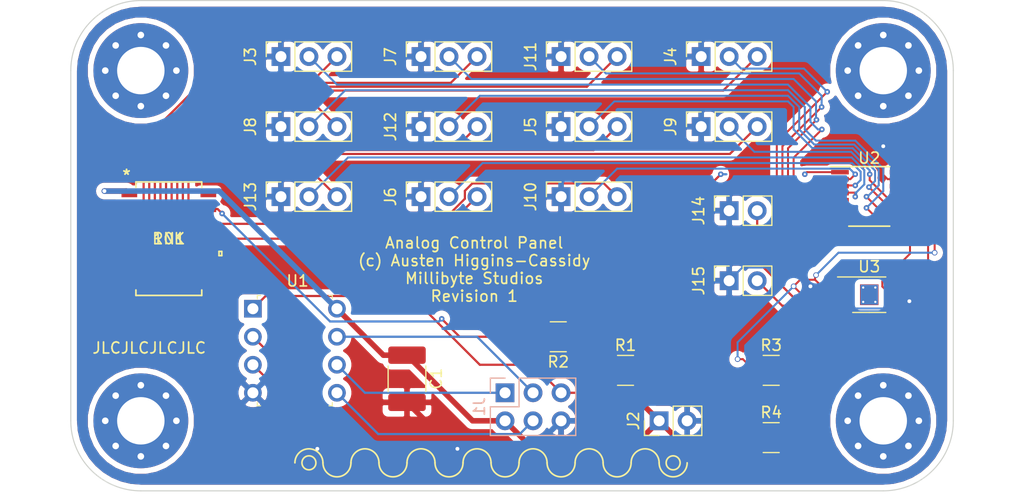
<source format=kicad_pcb>
(kicad_pcb (version 20171130) (host pcbnew "(5.1.8)-1")
  (layers (0 F.Cu signal) (31 B.Cu signal) (34 B.Paste user) (35 F.Paste user) (36 B.SilkS user) (37 F.SilkS user) (38 B.Mask user) (39 F.Mask user) (44 Edge.Cuts user))
  (net 0 "")
  (net 1 +5V)
  (net 2 GND)
  (net 3 /MISO_DATA)
  (net 4 /SCK)
  (net 5 /MOSI_SDA)
  (net 6 /RST)
  (net 7 /A0)
  (net 8 /PULLUP_A)
  (net 9 /PULLUP_D)
  (net 10 /A3)
  (net 11 /A6)
  (net 12 /PULLUP_G)
  (net 13 /PULLUP_J)
  (net 14 /A9)
  (net 15 /A1)
  (net 16 /PULLUP_B)
  (net 17 /A4)
  (net 18 /PULLUP_E)
  (net 19 /PULLUP_H)
  (net 20 /A7)
  (net 21 /A10)
  (net 22 /PULLUP_K)
  (net 23 /PULLUP_C)
  (net 24 /A2)
  (net 25 /A5)
  (net 26 /PULLUP_F)
  (net 27 /PULLUP_I)
  (net 28 /A8)
  (net 29 /AOUT0)
  (net 30 /AOUT1)
  (net 31 /PULLUP_L)
  (net 32 /AREF)
  (net 33 /SCL1)
  (net 34 /SDA1)
  (module Disarmed:MountingHole_4.3mm_M4_Pad_Via (layer F.Cu) (at 31.75 24.13)
    (fp_text reference REF** hide)
    (fp_text value MountingHole_4.3mm_M4_Pad_Via)
    (pad "" np_thru_hole circle (at 0 0) (size 8.6 8.6) (drill 4.3) (layers *.Cu *.Mask))
    (pad "" np_thru_hole circle (at 3.225 0) (size 0.9 0.9) (drill 0.6) (layers *.Cu *.Mask))
    (pad "" np_thru_hole circle (at 2.280419 2.280419) (size 0.9 0.9) (drill 0.6) (layers *.Cu *.Mask))
    (pad "" np_thru_hole circle (at 0 3.225) (size 0.9 0.9) (drill 0.6) (layers *.Cu *.Mask))
    (pad "" np_thru_hole circle (at -2.280419 2.280419) (size 0.9 0.9) (drill 0.6) (layers *.Cu *.Mask))
    (pad "" np_thru_hole circle (at -3.225 0) (size 0.9 0.9) (drill 0.6) (layers *.Cu *.Mask))
    (pad "" np_thru_hole circle (at -2.280419 -2.280419) (size 0.9 0.9) (drill 0.6) (layers *.Cu *.Mask))
    (pad "" np_thru_hole circle (at 0 -3.225) (size 0.9 0.9) (drill 0.6) (layers *.Cu *.Mask))
    (pad "" np_thru_hole circle (at 2.280419 -2.280419) (size 0.9 0.9) (drill 0.6) (layers *.Cu *.Mask))
  )
  (module Disarmed:MountingHole_4.3mm_M4_Pad_Via (layer F.Cu) (at 99.06 24.13)
    (fp_text reference REF** hide)
    (fp_text value MountingHole_4.3mm_M4_Pad_Via)
    (pad "" np_thru_hole circle (at 0 0) (size 8.6 8.6) (drill 4.3) (layers *.Cu *.Mask))
    (pad "" np_thru_hole circle (at 3.225 0) (size 0.9 0.9) (drill 0.6) (layers *.Cu *.Mask))
    (pad "" np_thru_hole circle (at 2.280419 2.280419) (size 0.9 0.9) (drill 0.6) (layers *.Cu *.Mask))
    (pad "" np_thru_hole circle (at 0 3.225) (size 0.9 0.9) (drill 0.6) (layers *.Cu *.Mask))
    (pad "" np_thru_hole circle (at -2.280419 2.280419) (size 0.9 0.9) (drill 0.6) (layers *.Cu *.Mask))
    (pad "" np_thru_hole circle (at -3.225 0) (size 0.9 0.9) (drill 0.6) (layers *.Cu *.Mask))
    (pad "" np_thru_hole circle (at -2.280419 -2.280419) (size 0.9 0.9) (drill 0.6) (layers *.Cu *.Mask))
    (pad "" np_thru_hole circle (at 0 -3.225) (size 0.9 0.9) (drill 0.6) (layers *.Cu *.Mask))
    (pad "" np_thru_hole circle (at 2.280419 -2.280419) (size 0.9 0.9) (drill 0.6) (layers *.Cu *.Mask))
  )
  (module Disarmed:MountingHole_4.3mm_M4_Pad_Via (layer F.Cu) (at 99.06 55.88)
    (fp_text reference REF** hide)
    (fp_text value MountingHole_4.3mm_M4_Pad_Via)
    (pad "" np_thru_hole circle (at 0 0) (size 8.6 8.6) (drill 4.3) (layers *.Cu *.Mask))
    (pad "" np_thru_hole circle (at 3.225 0) (size 0.9 0.9) (drill 0.6) (layers *.Cu *.Mask))
    (pad "" np_thru_hole circle (at 2.280419 2.280419) (size 0.9 0.9) (drill 0.6) (layers *.Cu *.Mask))
    (pad "" np_thru_hole circle (at 0 3.225) (size 0.9 0.9) (drill 0.6) (layers *.Cu *.Mask))
    (pad "" np_thru_hole circle (at -2.280419 2.280419) (size 0.9 0.9) (drill 0.6) (layers *.Cu *.Mask))
    (pad "" np_thru_hole circle (at -3.225 0) (size 0.9 0.9) (drill 0.6) (layers *.Cu *.Mask))
    (pad "" np_thru_hole circle (at -2.280419 -2.280419) (size 0.9 0.9) (drill 0.6) (layers *.Cu *.Mask))
    (pad "" np_thru_hole circle (at 0 -3.225) (size 0.9 0.9) (drill 0.6) (layers *.Cu *.Mask))
    (pad "" np_thru_hole circle (at 2.280419 -2.280419) (size 0.9 0.9) (drill 0.6) (layers *.Cu *.Mask))
  )
  (module Disarmed:MountingHole_4.3mm_M4_Pad_Via (layer F.Cu) (at 31.75 55.88)
    (fp_text reference REF** hide)
    (fp_text value MountingHole_4.3mm_M4_Pad_Via)
    (pad "" np_thru_hole circle (at 0 0) (size 8.6 8.6) (drill 4.3) (layers *.Cu *.Mask))
    (pad "" np_thru_hole circle (at 3.225 0) (size 0.9 0.9) (drill 0.6) (layers *.Cu *.Mask))
    (pad "" np_thru_hole circle (at 2.280419 2.280419) (size 0.9 0.9) (drill 0.6) (layers *.Cu *.Mask))
    (pad "" np_thru_hole circle (at 0 3.225) (size 0.9 0.9) (drill 0.6) (layers *.Cu *.Mask))
    (pad "" np_thru_hole circle (at -2.280419 2.280419) (size 0.9 0.9) (drill 0.6) (layers *.Cu *.Mask))
    (pad "" np_thru_hole circle (at -3.225 0) (size 0.9 0.9) (drill 0.6) (layers *.Cu *.Mask))
    (pad "" np_thru_hole circle (at -2.280419 -2.280419) (size 0.9 0.9) (drill 0.6) (layers *.Cu *.Mask))
    (pad "" np_thru_hole circle (at 0 -3.225) (size 0.9 0.9) (drill 0.6) (layers *.Cu *.Mask))
    (pad "" np_thru_hole circle (at 2.280419 -2.280419) (size 0.9 0.9) (drill 0.6) (layers *.Cu *.Mask))
  )
  (module Capacitor_SMD:C_1812_4532Metric_Pad1.57x3.40mm_HandSolder (layer F.Cu) (at 55.88 52.07 270)
    (fp_text reference C1 (at 0 -2.65 90) (layer F.SilkS))
    (fp_text value 0.1uF)
    (pad 1 smd roundrect (at -2.1375 0 270) (size 1.575 3.4) (layers F.Cu F.Paste F.Mask) (roundrect_rratio 0.1587295238095238) (net 1 +5V))
    (pad 2 smd roundrect (at 2.1375 0 270) (size 1.575 3.4) (layers F.Cu F.Paste F.Mask) (roundrect_rratio 0.1587295238095238) (net 2 GND))
  )
  (module Connector_PinHeader_2.54mm:PinHeader_2x03_P2.54mm_Vertical (layer B.Cu) (at 64.77 53.34 270)
    (fp_text reference J1 (at 1.27 2.33 270) (layer B.SilkS) (effects (justify mirror)))
    (fp_text value Conn_02x03_Odd_Even)
    (pad 1 thru_hole rect (at 0 0 270) (size 1.7 1.7) (drill 1) (layers *.Cu *.Mask) (net 3 /MISO_DATA))
    (pad 2 thru_hole oval (at 2.54 0 270) (size 1.7 1.7) (drill 1) (layers *.Cu *.Mask) (net 1 +5V))
    (pad 3 thru_hole oval (at 0 -2.54 270) (size 1.7 1.7) (drill 1) (layers *.Cu *.Mask) (net 4 /SCK))
    (pad 4 thru_hole oval (at 2.54 -2.54 270) (size 1.7 1.7) (drill 1) (layers *.Cu *.Mask) (net 5 /MOSI_SDA))
    (pad 5 thru_hole oval (at 0 -5.08 270) (size 1.7 1.7) (drill 1) (layers *.Cu *.Mask) (net 6 /RST))
    (pad 6 thru_hole oval (at 2.54 -5.08 270) (size 1.7 1.7) (drill 1) (layers *.Cu *.Mask) (net 2 GND))
  )
  (module Connector_PinHeader_2.54mm:PinHeader_1x02_P2.54mm_Vertical (layer F.Cu) (at 78.74 55.88 90)
    (fp_text reference J2 (at 0 -2.33 90) (layer F.SilkS))
    (fp_text value Conn_01x02_Male)
    (pad 1 thru_hole rect (at 0 0 90) (size 1.7 1.7) (drill 1) (layers *.Cu *.Mask) (net 1 +5V))
    (pad 2 thru_hole oval (at 0 2.54 90) (size 1.7 1.7) (drill 1) (layers *.Cu *.Mask) (net 2 GND))
  )
  (module Connector_PinSocket_2.54mm:PinSocket_1x03_P2.54mm_Vertical (layer F.Cu) (at 44.45 22.86 90)
    (fp_text reference J3 (at 0 -2.77 90) (layer F.SilkS))
    (fp_text value Conn_01x03)
    (pad 1 thru_hole rect (at 0 0 90) (size 1.7 1.7) (drill 1) (layers *.Cu *.Mask) (net 2 GND))
    (pad 2 thru_hole oval (at 0 2.54 90) (size 1.7 1.7) (drill 1) (layers *.Cu *.Mask) (net 7 /A0))
    (pad 3 thru_hole oval (at 0 5.08 90) (size 1.7 1.7) (drill 1) (layers *.Cu *.Mask) (net 8 /PULLUP_A))
  )
  (module Connector_PinSocket_2.54mm:PinSocket_1x03_P2.54mm_Vertical (layer F.Cu) (at 82.55 22.86 90)
    (fp_text reference J4 (at 0 -2.77 90) (layer F.SilkS))
    (fp_text value Conn_01x03)
    (pad 3 thru_hole oval (at 0 5.08 90) (size 1.7 1.7) (drill 1) (layers *.Cu *.Mask) (net 9 /PULLUP_D))
    (pad 2 thru_hole oval (at 0 2.54 90) (size 1.7 1.7) (drill 1) (layers *.Cu *.Mask) (net 10 /A3))
    (pad 1 thru_hole rect (at 0 0 90) (size 1.7 1.7) (drill 1) (layers *.Cu *.Mask) (net 2 GND))
  )
  (module Connector_PinSocket_2.54mm:PinSocket_1x03_P2.54mm_Vertical (layer F.Cu) (at 69.85 29.21 90)
    (fp_text reference J5 (at 0 -2.77 90) (layer F.SilkS))
    (fp_text value Conn_01x03)
    (pad 1 thru_hole rect (at 0 0 90) (size 1.7 1.7) (drill 1) (layers *.Cu *.Mask) (net 2 GND))
    (pad 2 thru_hole oval (at 0 2.54 90) (size 1.7 1.7) (drill 1) (layers *.Cu *.Mask) (net 11 /A6))
    (pad 3 thru_hole oval (at 0 5.08 90) (size 1.7 1.7) (drill 1) (layers *.Cu *.Mask) (net 12 /PULLUP_G))
  )
  (module Connector_PinSocket_2.54mm:PinSocket_1x03_P2.54mm_Vertical (layer F.Cu) (at 57.15 35.56 90)
    (fp_text reference J6 (at 0 -2.77 90) (layer F.SilkS))
    (fp_text value Conn_01x03)
    (pad 3 thru_hole oval (at 0 5.08 90) (size 1.7 1.7) (drill 1) (layers *.Cu *.Mask) (net 13 /PULLUP_J))
    (pad 2 thru_hole oval (at 0 2.54 90) (size 1.7 1.7) (drill 1) (layers *.Cu *.Mask) (net 14 /A9))
    (pad 1 thru_hole rect (at 0 0 90) (size 1.7 1.7) (drill 1) (layers *.Cu *.Mask) (net 2 GND))
  )
  (module Connector_PinSocket_2.54mm:PinSocket_1x03_P2.54mm_Vertical (layer F.Cu) (at 57.15 22.86 90)
    (fp_text reference J7 (at 0 -2.77 90) (layer F.SilkS))
    (fp_text value Conn_01x03)
    (pad 1 thru_hole rect (at 0 0 90) (size 1.7 1.7) (drill 1) (layers *.Cu *.Mask) (net 2 GND))
    (pad 2 thru_hole oval (at 0 2.54 90) (size 1.7 1.7) (drill 1) (layers *.Cu *.Mask) (net 15 /A1))
    (pad 3 thru_hole oval (at 0 5.08 90) (size 1.7 1.7) (drill 1) (layers *.Cu *.Mask) (net 16 /PULLUP_B))
  )
  (module Connector_PinSocket_2.54mm:PinSocket_1x03_P2.54mm_Vertical (layer F.Cu) (at 44.45 29.21 90)
    (fp_text reference J8 (at 0 -2.77 90) (layer F.SilkS))
    (fp_text value Conn_01x03)
    (pad 1 thru_hole rect (at 0 0 90) (size 1.7 1.7) (drill 1) (layers *.Cu *.Mask) (net 2 GND))
    (pad 2 thru_hole oval (at 0 2.54 90) (size 1.7 1.7) (drill 1) (layers *.Cu *.Mask) (net 17 /A4))
    (pad 3 thru_hole oval (at 0 5.08 90) (size 1.7 1.7) (drill 1) (layers *.Cu *.Mask) (net 18 /PULLUP_E))
  )
  (module Connector_PinSocket_2.54mm:PinSocket_1x03_P2.54mm_Vertical (layer F.Cu) (at 82.55 29.21 90)
    (fp_text reference J9 (at 0 -2.77 90) (layer F.SilkS))
    (fp_text value Conn_01x03)
    (pad 3 thru_hole oval (at 0 5.08 90) (size 1.7 1.7) (drill 1) (layers *.Cu *.Mask) (net 19 /PULLUP_H))
    (pad 2 thru_hole oval (at 0 2.54 90) (size 1.7 1.7) (drill 1) (layers *.Cu *.Mask) (net 20 /A7))
    (pad 1 thru_hole rect (at 0 0 90) (size 1.7 1.7) (drill 1) (layers *.Cu *.Mask) (net 2 GND))
  )
  (module Connector_PinSocket_2.54mm:PinSocket_1x03_P2.54mm_Vertical (layer F.Cu) (at 69.85 35.56 90)
    (fp_text reference J10 (at 0 -2.77 90) (layer F.SilkS))
    (fp_text value Conn_01x03)
    (pad 1 thru_hole rect (at 0 0 90) (size 1.7 1.7) (drill 1) (layers *.Cu *.Mask) (net 2 GND))
    (pad 2 thru_hole oval (at 0 2.54 90) (size 1.7 1.7) (drill 1) (layers *.Cu *.Mask) (net 21 /A10))
    (pad 3 thru_hole oval (at 0 5.08 90) (size 1.7 1.7) (drill 1) (layers *.Cu *.Mask) (net 22 /PULLUP_K))
  )
  (module Connector_PinSocket_2.54mm:PinSocket_1x03_P2.54mm_Vertical (layer F.Cu) (at 69.85 22.86 90)
    (fp_text reference J11 (at 0 -2.77 90) (layer F.SilkS))
    (fp_text value Conn_01x03)
    (pad 3 thru_hole oval (at 0 5.08 90) (size 1.7 1.7) (drill 1) (layers *.Cu *.Mask) (net 23 /PULLUP_C))
    (pad 2 thru_hole oval (at 0 2.54 90) (size 1.7 1.7) (drill 1) (layers *.Cu *.Mask) (net 24 /A2))
    (pad 1 thru_hole rect (at 0 0 90) (size 1.7 1.7) (drill 1) (layers *.Cu *.Mask) (net 2 GND))
  )
  (module Connector_PinSocket_2.54mm:PinSocket_1x03_P2.54mm_Vertical (layer F.Cu) (at 57.15 29.21 90)
    (fp_text reference J12 (at 0 -2.77 90) (layer F.SilkS))
    (fp_text value Conn_01x03)
    (pad 1 thru_hole rect (at 0 0 90) (size 1.7 1.7) (drill 1) (layers *.Cu *.Mask) (net 2 GND))
    (pad 2 thru_hole oval (at 0 2.54 90) (size 1.7 1.7) (drill 1) (layers *.Cu *.Mask) (net 25 /A5))
    (pad 3 thru_hole oval (at 0 5.08 90) (size 1.7 1.7) (drill 1) (layers *.Cu *.Mask) (net 26 /PULLUP_F))
  )
  (module Connector_PinSocket_2.54mm:PinSocket_1x03_P2.54mm_Vertical (layer F.Cu) (at 44.45 35.56 90)
    (fp_text reference J13 (at 0 -2.77 90) (layer F.SilkS))
    (fp_text value Conn_01x03)
    (pad 3 thru_hole oval (at 0 5.08 90) (size 1.7 1.7) (drill 1) (layers *.Cu *.Mask) (net 27 /PULLUP_I))
    (pad 2 thru_hole oval (at 0 2.54 90) (size 1.7 1.7) (drill 1) (layers *.Cu *.Mask) (net 28 /A8))
    (pad 1 thru_hole rect (at 0 0 90) (size 1.7 1.7) (drill 1) (layers *.Cu *.Mask) (net 2 GND))
  )
  (module Connector_PinSocket_2.54mm:PinSocket_1x02_P2.54mm_Vertical (layer F.Cu) (at 85.09 36.83 90)
    (fp_text reference J14 (at 0 -2.77 90) (layer F.SilkS))
    (fp_text value Conn_01x02)
    (pad 1 thru_hole rect (at 0 0 90) (size 1.7 1.7) (drill 1) (layers *.Cu *.Mask) (net 2 GND))
    (pad 2 thru_hole oval (at 0 2.54 90) (size 1.7 1.7) (drill 1) (layers *.Cu *.Mask) (net 29 /AOUT0))
  )
  (module Connector_PinSocket_2.54mm:PinSocket_1x02_P2.54mm_Vertical (layer F.Cu) (at 85.09 43.18 90)
    (fp_text reference J15 (at 0 -2.77 90) (layer F.SilkS))
    (fp_text value Conn_01x02)
    (pad 2 thru_hole oval (at 0 2.54 90) (size 1.7 1.7) (drill 1) (layers *.Cu *.Mask) (net 30 /AOUT1))
    (pad 1 thru_hole rect (at 0 0 90) (size 1.7 1.7) (drill 1) (layers *.Cu *.Mask) (net 2 GND))
  )
  (module Resistor_SMD:R_1210_3225Metric_Pad1.30x2.65mm_HandSolder (layer F.Cu) (at 75.692 51.308)
    (fp_text reference R1 (at 0 -2.28) (layer F.SilkS))
    (fp_text value 10K)
    (pad 1 smd roundrect (at -1.55 0) (size 1.3 2.65) (layers F.Cu F.Paste F.Mask) (roundrect_rratio 0.1923076923076923) (net 6 /RST))
    (pad 2 smd roundrect (at 1.55 0) (size 1.3 2.65) (layers F.Cu F.Paste F.Mask) (roundrect_rratio 0.1923076923076923) (net 1 +5V))
  )
  (module Resistor_SMD:R_1210_3225Metric_Pad1.30x2.65mm_HandSolder (layer F.Cu) (at 69.596 48.26 180)
    (fp_text reference R2 (at 0 -2.28) (layer F.SilkS))
    (fp_text value "R_MAX (18K)")
    (pad 2 smd roundrect (at 1.55 0 180) (size 1.3 2.65) (layers F.Cu F.Paste F.Mask) (roundrect_rratio 0.1923076923076923) (net 31 /PULLUP_L))
    (pad 1 smd roundrect (at -1.55 0 180) (size 1.3 2.65) (layers F.Cu F.Paste F.Mask) (roundrect_rratio 0.1923076923076923) (net 32 /AREF))
  )
  (module Resistor_SMD:R_1210_3225Metric_Pad1.30x2.65mm_HandSolder (layer F.Cu) (at 88.9 51.308)
    (fp_text reference R3 (at 0 -2.28) (layer F.SilkS))
    (fp_text value 4.7K)
    (pad 2 smd roundrect (at 1.55 0) (size 1.3 2.65) (layers F.Cu F.Paste F.Mask) (roundrect_rratio 0.1923076923076923) (net 33 /SCL1))
    (pad 1 smd roundrect (at -1.55 0) (size 1.3 2.65) (layers F.Cu F.Paste F.Mask) (roundrect_rratio 0.1923076923076923) (net 1 +5V))
  )
  (module Resistor_SMD:R_1210_3225Metric_Pad1.30x2.65mm_HandSolder (layer F.Cu) (at 88.9 57.404)
    (fp_text reference R4 (at 0 -2.28) (layer F.SilkS))
    (fp_text value 4.7K)
    (pad 1 smd roundrect (at -1.55 0) (size 1.3 2.65) (layers F.Cu F.Paste F.Mask) (roundrect_rratio 0.1923076923076923) (net 1 +5V))
    (pad 2 smd roundrect (at 1.55 0) (size 1.3 2.65) (layers F.Cu F.Paste F.Mask) (roundrect_rratio 0.1923076923076923) (net 34 /SDA1))
  )
  (module 2021-01-25_15-47-38:4814P-2-103LF (layer F.Cu) (at 34.29 39.37)
    (fp_text reference RN1 (at 0 0) (layer F.SilkS))
    (fp_text value 10K (at 0 0) (layer F.SilkS))
    (fp_text user * (at -3.8354 -5.7404) (layer F.SilkS))
    (fp_text user * (at -3.8354 -5.7404) (layer F.SilkS))
    (pad 1 smd rect (at -3.5814 -4.0386) (size 1.4224 0.5588) (layers F.Cu F.Paste F.Mask) (net 1 +5V))
    (pad 2 smd rect (at -3.5814 -2.6924) (size 1.4224 0.5588) (layers F.Cu F.Paste F.Mask) (net 8 /PULLUP_A))
    (pad 3 smd rect (at -3.5814 -1.3462) (size 1.4224 0.5588) (layers F.Cu F.Paste F.Mask) (net 16 /PULLUP_B))
    (pad 4 smd rect (at -3.5814 0) (size 1.4224 0.5588) (layers F.Cu F.Paste F.Mask) (net 23 /PULLUP_C))
    (pad 5 smd rect (at -3.5814 1.3462) (size 1.4224 0.5588) (layers F.Cu F.Paste F.Mask) (net 9 /PULLUP_D))
    (pad 6 smd rect (at -3.5814 2.6924) (size 1.4224 0.5588) (layers F.Cu F.Paste F.Mask) (net 18 /PULLUP_E))
    (pad 7 smd rect (at -3.5814 4.0386) (size 1.4224 0.5588) (layers F.Cu F.Paste F.Mask) (net 26 /PULLUP_F))
    (pad 8 smd rect (at 3.5814 4.0386) (size 1.4224 0.5588) (layers F.Cu F.Paste F.Mask) (net 12 /PULLUP_G))
    (pad 9 smd rect (at 3.5814 2.6924) (size 1.4224 0.5588) (layers F.Cu F.Paste F.Mask) (net 19 /PULLUP_H))
    (pad 10 smd rect (at 3.5814 1.3462) (size 1.4224 0.5588) (layers F.Cu F.Paste F.Mask) (net 27 /PULLUP_I))
    (pad 11 smd rect (at 3.5814 0) (size 1.4224 0.5588) (layers F.Cu F.Paste F.Mask) (net 13 /PULLUP_J))
    (pad 12 smd rect (at 3.5814 -1.3462) (size 1.4224 0.5588) (layers F.Cu F.Paste F.Mask) (net 22 /PULLUP_K))
    (pad 13 smd rect (at 3.5814 -2.6924) (size 1.4224 0.5588) (layers F.Cu F.Paste F.Mask) (net 31 /PULLUP_L))
    (pad 14 smd rect (at 3.5814 -4.0386) (size 1.4224 0.5588) (layers F.Cu F.Paste F.Mask))
  )
  (module digikey-footprints:DIP-8_W7.62mm (layer F.Cu) (at 41.91 45.72)
    (fp_text reference U1 (at 4.05 -2.52) (layer F.SilkS))
    (fp_text value ATTINY85-20PU)
    (pad 1 thru_hole rect (at 0 0) (size 1.6 1.6) (drill 1) (layers *.Cu *.Mask) (net 6 /RST))
    (pad 2 thru_hole circle (at 0 2.54) (size 1.6 1.6) (drill 1) (layers *.Cu *.Mask) (net 33 /SCL1))
    (pad 3 thru_hole circle (at 0 5.08) (size 1.6 1.6) (drill 1) (layers *.Cu *.Mask) (net 34 /SDA1))
    (pad 4 thru_hole circle (at 0 7.62) (size 1.6 1.6) (drill 1) (layers *.Cu *.Mask) (net 2 GND))
    (pad 5 thru_hole circle (at 7.62 7.62) (size 1.6 1.6) (drill 1) (layers *.Cu *.Mask) (net 5 /MOSI_SDA))
    (pad 6 thru_hole circle (at 7.62 5.08) (size 1.6 1.6) (drill 1) (layers *.Cu *.Mask) (net 3 /MISO_DATA))
    (pad 7 thru_hole circle (at 7.62 2.54) (size 1.6 1.6) (drill 1) (layers *.Cu *.Mask) (net 4 /SCK))
    (pad 8 thru_hole circle (at 7.62 0) (size 1.6 1.6) (drill 1) (layers *.Cu *.Mask) (net 1 +5V))
  )
  (module Package_SO:QSOP-16_3.9x4.9mm_P0.635mm (layer F.Cu) (at 97.79 35.56)
    (fp_text reference U2 (at 0 -3.5) (layer F.SilkS))
    (fp_text value MAX11616)
    (pad 1 smd rect (at -2.6543 -2.2225) (size 1.6 0.41) (layers F.Cu F.Paste F.Mask) (net 32 /AREF))
    (pad 2 smd rect (at -2.6543 -1.5875) (size 1.6 0.41) (layers F.Cu F.Paste F.Mask) (net 21 /A10))
    (pad 3 smd rect (at -2.6543 -0.9525) (size 1.6 0.41) (layers F.Cu F.Paste F.Mask) (net 14 /A9))
    (pad 4 smd rect (at -2.6543 -0.3175) (size 1.6 0.41) (layers F.Cu F.Paste F.Mask) (net 28 /A8))
    (pad 5 smd rect (at -2.6543 0.3175) (size 1.6 0.41) (layers F.Cu F.Paste F.Mask) (net 7 /A0))
    (pad 6 smd rect (at -2.6543 0.9525) (size 1.6 0.41) (layers F.Cu F.Paste F.Mask) (net 15 /A1))
    (pad 7 smd rect (at -2.6543 1.5875) (size 1.6 0.41) (layers F.Cu F.Paste F.Mask) (net 24 /A2))
    (pad 8 smd rect (at -2.6543 2.2225) (size 1.6 0.41) (layers F.Cu F.Paste F.Mask) (net 10 /A3))
    (pad 9 smd rect (at 2.6543 2.2225) (size 1.6 0.41) (layers F.Cu F.Paste F.Mask) (net 17 /A4))
    (pad 10 smd rect (at 2.6543 1.5875) (size 1.6 0.41) (layers F.Cu F.Paste F.Mask) (net 25 /A5))
    (pad 11 smd rect (at 2.6543 0.9525) (size 1.6 0.41) (layers F.Cu F.Paste F.Mask) (net 11 /A6))
    (pad 12 smd rect (at 2.6543 0.3175) (size 1.6 0.41) (layers F.Cu F.Paste F.Mask) (net 20 /A7))
    (pad 13 smd rect (at 2.6543 -0.3175) (size 1.6 0.41) (layers F.Cu F.Paste F.Mask) (net 33 /SCL1))
    (pad 14 smd rect (at 2.6543 -0.9525) (size 1.6 0.41) (layers F.Cu F.Paste F.Mask) (net 34 /SDA1))
    (pad 15 smd rect (at 2.6543 -1.5875) (size 1.6 0.41) (layers F.Cu F.Paste F.Mask) (net 2 GND))
    (pad 16 smd rect (at 2.6543 -2.2225) (size 1.6 0.41) (layers F.Cu F.Paste F.Mask) (net 1 +5V))
  )
  (module Package_SO:MSOP-10-1EP_3x3mm_P0.5mm_EP1.68x1.88mm_ThermalVias (layer F.Cu) (at 97.79 44.45)
    (fp_text reference U3 (at 0 -2.54) (layer F.SilkS))
    (fp_text value MCP47CXBXX)
    (pad 1 smd roundrect (at -2.15 -1) (size 1.45 0.3) (layers F.Cu F.Paste F.Mask) (net 1 +5V))
    (pad 2 smd roundrect (at -2.15 -0.5) (size 1.45 0.3) (layers F.Cu F.Paste F.Mask) (net 2 GND))
    (pad 3 smd roundrect (at -2.15 0) (size 1.45 0.3) (layers F.Cu F.Paste F.Mask) (net 1 +5V))
    (pad 4 smd roundrect (at -2.15 0.5) (size 1.45 0.3) (layers F.Cu F.Paste F.Mask) (net 29 /AOUT0))
    (pad 5 smd roundrect (at -2.15 1) (size 1.45 0.3) (layers F.Cu F.Paste F.Mask) (net 30 /AOUT1))
    (pad 6 smd roundrect (at 2.15 1) (size 1.45 0.3) (layers F.Cu F.Paste F.Mask))
    (pad 7 smd roundrect (at 2.15 0.5) (size 1.45 0.3) (layers F.Cu F.Paste F.Mask) (net 2 GND))
    (pad 8 smd roundrect (at 2.15 0) (size 1.45 0.3) (layers F.Cu F.Paste F.Mask) (net 2 GND))
    (pad 9 smd roundrect (at 2.15 -0.5) (size 1.45 0.3) (layers F.Cu F.Paste F.Mask) (net 33 /SCL1))
    (pad 10 smd roundrect (at 2.15 -1) (size 1.45 0.3) (layers F.Cu F.Paste F.Mask) (net 34 /SDA1))
    (pad 11 smd rect (at 0 0) (size 1.68 1.88) (layers F.Cu F.Mask))
    (pad 11 thru_hole circle (at -0.55 -0.65) (size 0.5 0.5) (drill 0.2) (layers *.Cu))
    (pad 11 thru_hole circle (at 0.55 -0.65) (size 0.5 0.5) (drill 0.2) (layers *.Cu))
    (pad 11 thru_hole circle (at -0.55 0.65) (size 0.5 0.5) (drill 0.2) (layers *.Cu))
    (pad 11 thru_hole circle (at 0.55 0.65) (size 0.5 0.5) (drill 0.2) (layers *.Cu))
    (pad 11 smd rect (at 0 0) (size 1.6 1.8) (layers B.Cu))
  )
  (gr_circle (center 46.99 59.69) (end 46.99 59.055) (layer F.SilkS) (width 0.15))
  (gr_circle (center 80.01 59.69) (end 80.01 59.055) (layer F.SilkS) (width 0.15))
  (gr_arc (start 80.01 59.69) (end 78.74 59.69) (angle -180) (layer F.SilkS) (width 0.15))
  (gr_arc (start 77.47 59.69) (end 78.74 59.69) (angle -180) (layer F.SilkS) (width 0.15))
  (gr_arc (start 74.93 59.69) (end 73.66 59.69) (angle -180) (layer F.SilkS) (width 0.15))
  (gr_arc (start 72.39 59.69) (end 73.66 59.69) (angle -180) (layer F.SilkS) (width 0.15))
  (gr_arc (start 69.85 59.69) (end 68.58 59.69) (angle -180) (layer F.SilkS) (width 0.15))
  (gr_arc (start 67.31 59.69) (end 68.58 59.69) (angle -180) (layer F.SilkS) (width 0.15))
  (gr_arc (start 64.77 59.69) (end 63.5 59.69) (angle -180) (layer F.SilkS) (width 0.15))
  (gr_arc (start 62.23 59.69) (end 63.5 59.69) (angle -180) (layer F.SilkS) (width 0.15))
  (gr_arc (start 59.69 59.69) (end 58.42 59.69) (angle -180) (layer F.SilkS) (width 0.15))
  (gr_arc (start 57.15 59.69) (end 58.42 59.69) (angle -180) (layer F.SilkS) (width 0.15))
  (gr_arc (start 54.61 59.69) (end 53.34 59.69) (angle -180) (layer F.SilkS) (width 0.15))
  (gr_arc (start 52.07 59.69) (end 53.34 59.69) (angle -180) (layer F.SilkS) (width 0.15))
  (gr_arc (start 49.53 59.69) (end 48.26 59.69) (angle -180) (layer F.SilkS) (width 0.15))
  (gr_arc (start 46.99 59.69) (end 48.26 59.69) (angle -180) (layer F.SilkS) (width 0.15))
  (gr_text "JLCJLCJLCJLC\n" (at 32.512 49.276) (layer F.SilkS) (effects (font (size 1 1))))
  (gr_text "Analog Control Panel\n(c) Austen Higgins-Cassidy\nMillibyte Studios\nRevision 1" (at 61.976 42.164) (layer F.SilkS) (effects (font (size 1 1))))
  (gr_line (start 31.75 62.23) (end 99.06 62.23) (layer Edge.Cuts) (width 0.1))
  (gr_line (start 25.4 24.13) (end 25.4 55.88) (layer Edge.Cuts) (width 0.1))
  (gr_line (start 99.06 17.78) (end 31.75 17.78) (layer Edge.Cuts) (width 0.1))
  (gr_line (start 105.41 55.88) (end 105.41 24.13) (layer Edge.Cuts) (width 0.1))
  (gr_arc (start 99.06 24.13) (end 105.41 24.13) (angle -90) (layer Edge.Cuts) (width 0.1))
  (gr_arc (start 99.06 55.88) (end 99.06 62.23) (angle -90) (layer Edge.Cuts) (width 0.1))
  (gr_arc (start 31.75 55.88) (end 25.4 55.88) (angle -90) (layer Edge.Cuts) (width 0.1))
  (gr_arc (start 31.75 24.13) (end 31.75 17.78) (angle -90) (layer Edge.Cuts) (width 0.1))
  (segment (start 61.8275 55.88) (end 55.88 49.9325) (width 0.5) (layer F.Cu) (net 1))
  (segment (start 64.77 55.88) (end 61.8275 55.88) (width 0.5) (layer F.Cu) (net 1))
  (segment (start 64.77 55.88) (end 67.31 58.42) (width 0.5) (layer F.Cu) (net 1))
  (segment (start 67.31 58.42) (end 76.2 58.42) (width 0.5) (layer F.Cu) (net 1))
  (segment (start 76.2 58.42) (end 78.74 55.88) (width 0.5) (layer F.Cu) (net 1))
  (segment (start 77.242 54.382) (end 78.74 55.88) (width 0.5) (layer F.Cu) (net 1))
  (segment (start 77.242 51.308) (end 77.242 54.382) (width 0.5) (layer F.Cu) (net 1))
  (segment (start 53.7425 49.9325) (end 49.53 45.72) (width 0.5) (layer F.Cu) (net 1))
  (segment (start 55.88 49.9325) (end 53.7425 49.9325) (width 0.5) (layer F.Cu) (net 1))
  (via (at 28.448 35.052) (size 0.5) (drill 0.35) (layers F.Cu B.Cu) (net 1))
  (segment (start 38.862 35.052) (end 28.448 35.052) (width 0.5) (layer B.Cu) (net 1))
  (segment (start 49.53 45.72) (end 38.862 35.052) (width 0.5) (layer B.Cu) (net 1))
  (segment (start 30.4292 35.052) (end 30.7086 35.3314) (width 0.5) (layer F.Cu) (net 1))
  (segment (start 28.448 35.052) (end 30.4292 35.052) (width 0.5) (layer F.Cu) (net 1))
  (segment (start 80.264 57.404) (end 87.35 57.404) (width 0.5) (layer F.Cu) (net 1))
  (segment (start 78.74 55.88) (end 80.264 57.404) (width 0.5) (layer F.Cu) (net 1))
  (segment (start 87.35 57.404) (end 87.35 51.308) (width 0.5) (layer F.Cu) (net 1))
  (via (at 90.932 43.688) (size 0.5) (drill 0.35) (layers F.Cu B.Cu) (net 1))
  (segment (start 91.694 44.45) (end 90.932 43.688) (width 0.18) (layer F.Cu) (net 1))
  (segment (start 95.64 44.45) (end 91.694 44.45) (width 0.18) (layer F.Cu) (net 1))
  (via (at 85.852 50.292) (size 0.5) (drill 0.35) (layers F.Cu B.Cu) (net 1))
  (segment (start 85.852 48.768) (end 85.852 50.292) (width 0.18) (layer B.Cu) (net 1))
  (segment (start 90.932 43.688) (end 85.852 48.768) (width 0.18) (layer B.Cu) (net 1))
  (segment (start 86.334 50.292) (end 87.35 51.308) (width 0.18) (layer F.Cu) (net 1))
  (segment (start 85.852 50.292) (end 86.334 50.292) (width 0.18) (layer F.Cu) (net 1))
  (segment (start 95.64 43.45) (end 93.234 43.45) (width 0.18) (layer F.Cu) (net 1))
  (segment (start 91.526001 43.093999) (end 90.932 43.688) (width 0.18) (layer F.Cu) (net 1))
  (segment (start 92.877999 43.093999) (end 91.526001 43.093999) (width 0.18) (layer F.Cu) (net 1))
  (segment (start 93.234 43.45) (end 92.877999 43.093999) (width 0.18) (layer F.Cu) (net 1))
  (via (at 103.718 40.64) (size 0.5) (drill 0.35) (layers F.Cu B.Cu) (net 1))
  (segment (start 103.718 35.621998) (end 103.718 40.64) (width 0.18) (layer F.Cu) (net 1))
  (segment (start 101.433502 33.3375) (end 103.718 35.621998) (width 0.18) (layer F.Cu) (net 1))
  (segment (start 100.4443 33.3375) (end 101.433502 33.3375) (width 0.18) (layer F.Cu) (net 1))
  (via (at 92.964 42.672) (size 0.5) (drill 0.35) (layers F.Cu B.Cu) (net 1))
  (segment (start 94.996 40.64) (end 92.964 42.672) (width 0.18) (layer B.Cu) (net 1))
  (segment (start 103.718 40.64) (end 94.996 40.64) (width 0.18) (layer B.Cu) (net 1))
  (segment (start 92.877999 42.758001) (end 92.877999 43.093999) (width 0.18) (layer F.Cu) (net 1))
  (segment (start 92.964 42.672) (end 92.877999 42.758001) (width 0.18) (layer F.Cu) (net 1))
  (via (at 92.456 43.688) (size 0.5) (drill 0.35) (layers F.Cu B.Cu) (net 2))
  (segment (start 92.718 43.95) (end 92.456 43.688) (width 0.18) (layer F.Cu) (net 2))
  (segment (start 95.64 43.95) (end 92.718 43.95) (width 0.18) (layer F.Cu) (net 2))
  (via (at 101.426907 45.038907) (size 0.5) (drill 0.35) (layers F.Cu B.Cu) (net 2))
  (segment (start 101.338 44.95) (end 101.426907 45.038907) (width 0.18) (layer F.Cu) (net 2))
  (segment (start 99.94 44.95) (end 101.338 44.95) (width 0.18) (layer F.Cu) (net 2))
  (segment (start 94.462001 45.694001) (end 92.456 43.688) (width 0.18) (layer B.Cu) (net 2))
  (segment (start 100.771813 45.694001) (end 94.462001 45.694001) (width 0.18) (layer B.Cu) (net 2))
  (segment (start 101.426907 45.038907) (end 100.771813 45.694001) (width 0.18) (layer B.Cu) (net 2))
  (segment (start 86.284001 41.985999) (end 85.09 43.18) (width 0.18) (layer B.Cu) (net 2))
  (segment (start 90.753999 41.985999) (end 86.284001 41.985999) (width 0.18) (layer B.Cu) (net 2))
  (segment (start 92.456 43.688) (end 90.753999 41.985999) (width 0.18) (layer B.Cu) (net 2))
  (segment (start 99.06 33.577402) (end 99.06 30.988) (width 0.18) (layer F.Cu) (net 2))
  (segment (start 99.455098 33.9725) (end 99.06 33.577402) (width 0.18) (layer F.Cu) (net 2))
  (via (at 99.06 30.988) (size 0.5) (drill 0.35) (layers F.Cu B.Cu) (net 2))
  (segment (start 100.4443 33.9725) (end 99.455098 33.9725) (width 0.18) (layer F.Cu) (net 2))
  (via (at 47.752 58.42) (size 0.5) (drill 0.35) (layers F.Cu B.Cu) (net 2))
  (segment (start 46.99 58.42) (end 47.752 58.42) (width 0.5) (layer F.Cu) (net 2))
  (segment (start 41.91 53.34) (end 46.99 58.42) (width 0.5) (layer F.Cu) (net 2))
  (segment (start 67.31 58.42) (end 69.85 55.88) (width 0.5) (layer B.Cu) (net 2))
  (via (at 60.452 58.42) (size 0.5) (drill 0.35) (layers F.Cu B.Cu) (net 2))
  (segment (start 60.0925 58.42) (end 60.452 58.42) (width 0.5) (layer F.Cu) (net 2))
  (segment (start 55.88 54.2075) (end 60.0925 58.42) (width 0.5) (layer F.Cu) (net 2))
  (segment (start 60.452 58.42) (end 67.31 58.42) (width 0.5) (layer B.Cu) (net 2))
  (segment (start 47.752 58.42) (end 60.452 58.42) (width 0.5) (layer B.Cu) (net 2))
  (segment (start 52.07 53.34) (end 49.53 50.8) (width 0.2) (layer B.Cu) (net 3))
  (segment (start 64.77 53.34) (end 52.07 53.34) (width 0.2) (layer B.Cu) (net 3))
  (segment (start 62.23 48.26) (end 49.53 48.26) (width 0.2) (layer B.Cu) (net 4))
  (segment (start 67.31 53.34) (end 62.23 48.26) (width 0.2) (layer B.Cu) (net 4))
  (segment (start 53.274001 57.084001) (end 49.53 53.34) (width 0.2) (layer B.Cu) (net 5))
  (segment (start 66.105999 57.084001) (end 53.274001 57.084001) (width 0.2) (layer B.Cu) (net 5))
  (segment (start 67.31 55.88) (end 66.105999 57.084001) (width 0.2) (layer B.Cu) (net 5))
  (segment (start 72.11 53.34) (end 74.142 51.308) (width 0.2) (layer F.Cu) (net 6))
  (segment (start 69.85 53.34) (end 72.11 53.34) (width 0.2) (layer F.Cu) (net 6))
  (segment (start 43.064001 44.565999) (end 56.249999 44.565999) (width 0.2) (layer F.Cu) (net 6))
  (segment (start 41.91 45.72) (end 43.064001 44.565999) (width 0.2) (layer F.Cu) (net 6))
  (segment (start 56.249999 44.565999) (end 62.484 50.8) (width 0.2) (layer F.Cu) (net 6))
  (segment (start 67.31 50.8) (end 69.85 53.34) (width 0.2) (layer F.Cu) (net 6))
  (segment (start 62.484 50.8) (end 67.31 50.8) (width 0.2) (layer F.Cu) (net 6))
  (via (at 93.49395 29.464) (size 0.5) (drill 0.2) (layers F.Cu B.Cu) (net 7))
  (segment (start 90.424 25.4) (end 49.53 25.4) (width 0.18) (layer B.Cu) (net 7))
  (segment (start 92.456 27.432) (end 90.424 25.4) (width 0.18) (layer B.Cu) (net 7))
  (segment (start 49.53 25.4) (end 46.99 22.86) (width 0.18) (layer B.Cu) (net 7))
  (segment (start 93.49395 29.464) (end 93.140397 29.464) (width 0.18) (layer B.Cu) (net 7))
  (segment (start 93.140397 29.464) (end 92.456 28.779603) (width 0.18) (layer B.Cu) (net 7))
  (segment (start 92.456 28.779603) (end 92.456 27.432) (width 0.18) (layer B.Cu) (net 7))
  (segment (start 95.1357 35.8775) (end 91.2495 35.8775) (width 0.18) (layer F.Cu) (net 7))
  (segment (start 91.2495 35.8775) (end 90.932 35.56) (width 0.18) (layer F.Cu) (net 7))
  (segment (start 90.932 32.02595) (end 93.49395 29.464) (width 0.18) (layer F.Cu) (net 7))
  (segment (start 90.932 35.56) (end 90.932 32.02595) (width 0.18) (layer F.Cu) (net 7))
  (segment (start 31.6198 36.6776) (end 32.004 36.2934) (width 0.2) (layer F.Cu) (net 8))
  (segment (start 30.7086 36.6776) (end 31.6198 36.6776) (width 0.2) (layer F.Cu) (net 8))
  (segment (start 32.004 36.2934) (end 32.004 30.48) (width 0.2) (layer F.Cu) (net 8))
  (segment (start 32.004 30.48) (end 37.592 24.892) (width 0.2) (layer F.Cu) (net 8))
  (segment (start 47.498 24.892) (end 49.53 22.86) (width 0.2) (layer F.Cu) (net 8))
  (segment (start 37.592 24.892) (end 47.498 24.892) (width 0.2) (layer F.Cu) (net 8))
  (segment (start 31.6198 40.7162) (end 33.528 38.808) (width 0.2) (layer F.Cu) (net 9))
  (segment (start 30.7086 40.7162) (end 31.6198 40.7162) (width 0.2) (layer F.Cu) (net 9))
  (segment (start 33.528 30.48) (end 38.06597 25.94203) (width 0.2) (layer F.Cu) (net 9))
  (segment (start 33.528 38.808) (end 33.528 30.48) (width 0.2) (layer F.Cu) (net 9))
  (segment (start 84.54797 25.94203) (end 87.63 22.86) (width 0.2) (layer F.Cu) (net 9))
  (segment (start 38.06597 25.94203) (end 84.54797 25.94203) (width 0.2) (layer F.Cu) (net 9))
  (segment (start 86.180001 23.950001) (end 91.873999 23.950001) (width 0.18) (layer B.Cu) (net 10))
  (segment (start 85.09 22.86) (end 86.180001 23.950001) (width 0.18) (layer B.Cu) (net 10))
  (segment (start 91.873999 23.950001) (end 93.98 26.056002) (width 0.18) (layer B.Cu) (net 10))
  (via (at 93.98 26.056002) (size 0.5) (drill 0.2) (layers F.Cu B.Cu) (net 10))
  (segment (start 91.948 28.088002) (end 93.98 26.056002) (width 0.18) (layer F.Cu) (net 10))
  (segment (start 95.1357 37.7825) (end 90.6145 37.7825) (width 0.18) (layer F.Cu) (net 10))
  (segment (start 90.6145 37.7825) (end 89.408 36.576) (width 0.18) (layer F.Cu) (net 10))
  (segment (start 89.408 30.628002) (end 91.948 28.088002) (width 0.18) (layer F.Cu) (net 10))
  (segment (start 89.408 36.576) (end 89.408 30.628002) (width 0.18) (layer F.Cu) (net 10))
  (segment (start 72.39 29.21) (end 74.676 26.924) (width 0.18) (layer B.Cu) (net 11))
  (segment (start 74.676 26.924) (end 90.424 26.924) (width 0.18) (layer B.Cu) (net 11))
  (segment (start 90.424 26.924) (end 90.932 27.432) (width 0.18) (layer B.Cu) (net 11))
  (segment (start 90.932 27.432) (end 90.932 28.448) (width 0.18) (layer B.Cu) (net 11))
  (segment (start 90.932 28.448) (end 90.932 29.464) (width 0.18) (layer B.Cu) (net 11))
  (segment (start 92.63399 31.16599) (end 96.283305 31.165991) (width 0.18) (layer B.Cu) (net 11))
  (segment (start 90.932 29.464) (end 92.63399 31.16599) (width 0.18) (layer B.Cu) (net 11))
  (via (at 97.76497 34.693138) (size 0.5) (drill 0.2) (layers F.Cu B.Cu) (net 11))
  (segment (start 98.320012 34.138096) (end 97.76497 34.693138) (width 0.18) (layer B.Cu) (net 11))
  (segment (start 98.320012 33.202698) (end 98.320012 34.138096) (width 0.18) (layer B.Cu) (net 11))
  (segment (start 96.283305 31.165991) (end 98.320012 33.202698) (width 0.18) (layer B.Cu) (net 11))
  (segment (start 99.584332 36.5125) (end 100.4443 36.5125) (width 0.18) (layer F.Cu) (net 11))
  (segment (start 97.76497 34.693138) (end 99.584332 36.5125) (width 0.18) (layer F.Cu) (net 11))
  (segment (start 37.8714 43.4086) (end 37.8206 43.4086) (width 0.2) (layer F.Cu) (net 12))
  (segment (start 37.8206 43.4086) (end 35.052 40.64) (width 0.2) (layer F.Cu) (net 12))
  (segment (start 35.052 40.64) (end 35.052 33.528) (width 0.2) (layer F.Cu) (net 12))
  (segment (start 72.80199 31.33801) (end 74.93 29.21) (width 0.2) (layer F.Cu) (net 12))
  (segment (start 37.24199 31.33801) (end 72.80199 31.33801) (width 0.2) (layer F.Cu) (net 12))
  (segment (start 35.052 33.528) (end 37.24199 31.33801) (width 0.2) (layer F.Cu) (net 12))
  (segment (start 58.42 39.37) (end 62.23 35.56) (width 0.2) (layer F.Cu) (net 13))
  (segment (start 37.8714 39.37) (end 58.42 39.37) (width 0.2) (layer F.Cu) (net 13))
  (segment (start 59.69 35.56) (end 62.738 32.512) (width 0.18) (layer B.Cu) (net 14))
  (segment (start 62.738 32.512) (end 88.9 32.512) (width 0.18) (layer B.Cu) (net 14))
  (via (at 96.52 34.544) (size 0.5) (drill 0.2) (layers F.Cu B.Cu) (net 14))
  (segment (start 97.010001 34.053999) (end 96.52 34.544) (width 0.18) (layer B.Cu) (net 14))
  (segment (start 97.010001 33.292799) (end 97.010001 34.053999) (width 0.18) (layer B.Cu) (net 14))
  (segment (start 96.229202 32.512) (end 97.010001 33.292799) (width 0.18) (layer B.Cu) (net 14))
  (segment (start 88.9 32.512) (end 96.229202 32.512) (width 0.18) (layer B.Cu) (net 14))
  (segment (start 95.1992 34.544) (end 95.1357 34.6075) (width 0.18) (layer F.Cu) (net 14))
  (segment (start 96.52 34.544) (end 95.1992 34.544) (width 0.18) (layer F.Cu) (net 14))
  (segment (start 59.69 22.86) (end 61.722 24.892) (width 0.18) (layer B.Cu) (net 15))
  (segment (start 61.722 24.892) (end 90.932 24.892) (width 0.18) (layer B.Cu) (net 15))
  (segment (start 90.932 24.892) (end 92.964 26.924) (width 0.18) (layer B.Cu) (net 15))
  (segment (start 92.964 26.924) (end 92.964 28.448) (width 0.18) (layer B.Cu) (net 15))
  (via (at 93.00395 28.593016) (size 0.5) (drill 0.2) (layers F.Cu B.Cu) (net 15))
  (segment (start 95.1357 36.5125) (end 90.8685 36.5125) (width 0.18) (layer F.Cu) (net 15))
  (segment (start 90.8685 36.5125) (end 90.424 36.068) (width 0.18) (layer F.Cu) (net 15))
  (segment (start 90.424 31.172966) (end 93.00395 28.593016) (width 0.18) (layer F.Cu) (net 15))
  (segment (start 90.424 36.068) (end 90.424 31.172966) (width 0.18) (layer F.Cu) (net 15))
  (segment (start 31.6198 38.0238) (end 32.512 37.1316) (width 0.2) (layer F.Cu) (net 16))
  (segment (start 30.7086 38.0238) (end 31.6198 38.0238) (width 0.2) (layer F.Cu) (net 16))
  (segment (start 32.512 37.1316) (end 32.512 30.48) (width 0.2) (layer F.Cu) (net 16))
  (segment (start 35.052 27.94) (end 35.052 27.926988) (width 0.2) (layer F.Cu) (net 16))
  (segment (start 32.512 30.48) (end 35.052 27.94) (width 0.2) (layer F.Cu) (net 16))
  (segment (start 59.84799 25.24201) (end 62.23 22.86) (width 0.2) (layer F.Cu) (net 16))
  (segment (start 37.736978 25.24201) (end 59.84799 25.24201) (width 0.2) (layer F.Cu) (net 16))
  (segment (start 35.052 27.926988) (end 37.736978 25.24201) (width 0.2) (layer F.Cu) (net 16))
  (segment (start 46.99 29.21) (end 50.292 25.908) (width 0.18) (layer B.Cu) (net 17))
  (segment (start 50.292 25.908) (end 88.9 25.908) (width 0.18) (layer B.Cu) (net 17))
  (segment (start 88.9 25.908) (end 90.424 25.908) (width 0.18) (layer B.Cu) (net 17))
  (segment (start 90.424 25.908) (end 91.948 27.432) (width 0.18) (layer B.Cu) (net 17))
  (segment (start 91.948 27.432) (end 91.948 28.448) (width 0.18) (layer B.Cu) (net 17))
  (segment (start 91.948 28.448) (end 91.948 29.464) (width 0.18) (layer B.Cu) (net 17))
  (segment (start 91.948 29.464) (end 92.964 30.48) (width 0.18) (layer B.Cu) (net 17))
  (segment (start 92.964 30.48) (end 96.012 30.48) (width 0.18) (layer B.Cu) (net 17))
  (segment (start 96.530722 30.48) (end 99.06 33.009278) (width 0.18) (layer B.Cu) (net 17))
  (segment (start 96.012 30.48) (end 96.530722 30.48) (width 0.18) (layer B.Cu) (net 17))
  (via (at 97.536 36.576) (size 0.5) (drill 0.2) (layers F.Cu B.Cu) (net 17))
  (segment (start 99.06 35.052) (end 97.536 36.576) (width 0.18) (layer B.Cu) (net 17))
  (segment (start 99.06 33.009278) (end 99.06 35.052) (width 0.18) (layer B.Cu) (net 17))
  (segment (start 98.7425 37.7825) (end 100.4443 37.7825) (width 0.18) (layer F.Cu) (net 17))
  (segment (start 97.536 36.576) (end 98.7425 37.7825) (width 0.18) (layer F.Cu) (net 17))
  (segment (start 31.6198 42.0624) (end 34.036 39.6462) (width 0.2) (layer F.Cu) (net 18))
  (segment (start 30.7086 42.0624) (end 31.6198 42.0624) (width 0.2) (layer F.Cu) (net 18))
  (segment (start 34.036 39.6462) (end 34.036 30.48) (width 0.2) (layer F.Cu) (net 18))
  (segment (start 34.036 30.48) (end 38.1 26.416) (width 0.2) (layer F.Cu) (net 18))
  (segment (start 46.736 26.416) (end 49.53 29.21) (width 0.2) (layer F.Cu) (net 18))
  (segment (start 38.1 26.416) (end 46.736 26.416) (width 0.2) (layer F.Cu) (net 18))
  (segment (start 37.4396 42.0624) (end 35.56 40.1828) (width 0.2) (layer F.Cu) (net 19))
  (segment (start 37.8714 42.0624) (end 37.4396 42.0624) (width 0.2) (layer F.Cu) (net 19))
  (segment (start 35.56 40.1828) (end 35.56 33.528) (width 0.2) (layer F.Cu) (net 19))
  (segment (start 35.56 33.528) (end 37.39998 31.68802) (width 0.2) (layer F.Cu) (net 19))
  (segment (start 85.15198 31.68802) (end 87.63 29.21) (width 0.2) (layer F.Cu) (net 19))
  (segment (start 37.39998 31.68802) (end 85.15198 31.68802) (width 0.2) (layer F.Cu) (net 19))
  (segment (start 85.09 29.21) (end 87.376 31.496) (width 0.18) (layer B.Cu) (net 20))
  (segment (start 97.830011 33.179401) (end 97.830011 33.528) (width 0.18) (layer B.Cu) (net 20))
  (segment (start 96.14661 31.496) (end 97.830011 33.179401) (width 0.18) (layer B.Cu) (net 20))
  (via (at 97.830011 33.528) (size 0.5) (drill 0.2) (layers F.Cu B.Cu) (net 20))
  (segment (start 87.376 31.496) (end 96.14661 31.496) (width 0.18) (layer B.Cu) (net 20))
  (segment (start 99.642298 35.8775) (end 100.4443 35.8775) (width 0.18) (layer F.Cu) (net 20))
  (segment (start 97.830011 34.065213) (end 99.642298 35.8775) (width 0.18) (layer F.Cu) (net 20))
  (segment (start 97.830011 33.528) (end 97.830011 34.065213) (width 0.18) (layer F.Cu) (net 20))
  (segment (start 72.39 35.56) (end 74.93 33.02) (width 0.18) (layer B.Cu) (net 21))
  (segment (start 74.93 33.02) (end 88.9 33.02) (width 0.18) (layer B.Cu) (net 21))
  (via (at 96.52 33.528) (size 0.5) (drill 0.2) (layers F.Cu B.Cu) (net 21))
  (segment (start 96.012 33.02) (end 96.52 33.528) (width 0.18) (layer B.Cu) (net 21))
  (segment (start 88.9 33.02) (end 96.012 33.02) (width 0.18) (layer B.Cu) (net 21))
  (segment (start 96.0755 33.9725) (end 95.1357 33.9725) (width 0.18) (layer F.Cu) (net 21))
  (segment (start 96.52 33.528) (end 96.0755 33.9725) (width 0.18) (layer F.Cu) (net 21))
  (segment (start 73.725999 34.355999) (end 74.93 35.56) (width 0.2) (layer F.Cu) (net 22))
  (segment (start 61.805999 34.355999) (end 73.725999 34.355999) (width 0.2) (layer F.Cu) (net 22))
  (segment (start 61.129999 35.031999) (end 61.805999 34.355999) (width 0.2) (layer F.Cu) (net 22))
  (segment (start 61.129999 35.748003) (end 61.129999 35.031999) (width 0.2) (layer F.Cu) (net 22))
  (segment (start 58.854202 38.0238) (end 61.129999 35.748003) (width 0.2) (layer F.Cu) (net 22))
  (segment (start 37.8714 38.0238) (end 58.854202 38.0238) (width 0.2) (layer F.Cu) (net 22))
  (segment (start 31.6198 39.37) (end 33.02 37.9698) (width 0.2) (layer F.Cu) (net 23))
  (segment (start 30.7086 39.37) (end 31.6198 39.37) (width 0.2) (layer F.Cu) (net 23))
  (segment (start 33.02 30.48) (end 37.90798 25.59202) (width 0.2) (layer F.Cu) (net 23))
  (segment (start 33.02 37.9698) (end 33.02 30.48) (width 0.2) (layer F.Cu) (net 23))
  (segment (start 72.19798 25.59202) (end 74.93 22.86) (width 0.2) (layer F.Cu) (net 23))
  (segment (start 37.90798 25.59202) (end 72.19798 25.59202) (width 0.2) (layer F.Cu) (net 23))
  (segment (start 72.39 22.86) (end 73.914 24.384) (width 0.18) (layer B.Cu) (net 24))
  (segment (start 73.914 24.384) (end 91.44 24.384) (width 0.18) (layer B.Cu) (net 24))
  (segment (start 91.44 24.384) (end 93.472 26.416) (width 0.18) (layer B.Cu) (net 24))
  (segment (start 92.456 28.448) (end 93.472 27.432) (width 0.18) (layer F.Cu) (net 24))
  (via (at 93.472 27.432) (size 0.5) (drill 0.2) (layers F.Cu B.Cu) (net 24))
  (segment (start 93.472 26.416) (end 93.472 27.432) (width 0.18) (layer B.Cu) (net 24))
  (segment (start 95.1357 37.1475) (end 90.4875 37.1475) (width 0.18) (layer F.Cu) (net 24))
  (segment (start 90.4875 37.1475) (end 89.916 36.576) (width 0.18) (layer F.Cu) (net 24))
  (segment (start 89.916 30.988) (end 92.456 28.448) (width 0.18) (layer F.Cu) (net 24))
  (segment (start 89.916 36.576) (end 89.916 30.988) (width 0.18) (layer F.Cu) (net 24))
  (segment (start 59.69 29.21) (end 62.484 26.416) (width 0.18) (layer B.Cu) (net 25))
  (segment (start 62.484 26.416) (end 89.916 26.416) (width 0.18) (layer B.Cu) (net 25))
  (segment (start 89.916 26.416) (end 90.424 26.416) (width 0.18) (layer B.Cu) (net 25))
  (segment (start 90.424 26.416) (end 91.44 27.432) (width 0.18) (layer B.Cu) (net 25))
  (segment (start 91.44 27.432) (end 91.44 28.448) (width 0.18) (layer B.Cu) (net 25))
  (segment (start 91.44 29.464) (end 92.811981 30.835981) (width 0.18) (layer B.Cu) (net 25))
  (segment (start 91.44 28.448) (end 91.44 29.464) (width 0.18) (layer B.Cu) (net 25))
  (via (at 97.536 35.56) (size 0.5) (drill 0.2) (layers F.Cu B.Cu) (net 25))
  (segment (start 98.650022 34.533288) (end 97.62331 35.56) (width 0.18) (layer B.Cu) (net 25))
  (segment (start 98.650022 33.066004) (end 98.650022 34.533288) (width 0.18) (layer B.Cu) (net 25))
  (segment (start 97.62331 35.56) (end 97.536 35.56) (width 0.18) (layer B.Cu) (net 25))
  (segment (start 96.42 30.835982) (end 98.650022 33.066004) (width 0.18) (layer B.Cu) (net 25))
  (segment (start 92.811981 30.835981) (end 96.42 30.835982) (width 0.18) (layer B.Cu) (net 25))
  (segment (start 99.1235 37.1475) (end 100.4443 37.1475) (width 0.18) (layer F.Cu) (net 25))
  (segment (start 97.536 35.56) (end 99.1235 37.1475) (width 0.18) (layer F.Cu) (net 25))
  (segment (start 31.6198 43.4086) (end 34.544 40.4844) (width 0.2) (layer F.Cu) (net 26))
  (segment (start 30.7086 43.4086) (end 31.6198 43.4086) (width 0.2) (layer F.Cu) (net 26))
  (segment (start 34.544 40.4844) (end 34.544 33.528) (width 0.2) (layer F.Cu) (net 26))
  (segment (start 34.544 33.528) (end 37.084 30.988) (width 0.2) (layer F.Cu) (net 26))
  (segment (start 60.452 30.988) (end 62.23 29.21) (width 0.2) (layer F.Cu) (net 26))
  (segment (start 37.084 30.988) (end 60.452 30.988) (width 0.2) (layer F.Cu) (net 26))
  (segment (start 37.8714 40.7162) (end 37.1602 40.7162) (width 0.2) (layer F.Cu) (net 27))
  (segment (start 37.1602 40.7162) (end 36.068 39.624) (width 0.2) (layer F.Cu) (net 27))
  (segment (start 36.068 39.624) (end 36.068 33.528) (width 0.2) (layer F.Cu) (net 27))
  (segment (start 36.068 33.528) (end 37.55797 32.03803) (width 0.2) (layer F.Cu) (net 27))
  (segment (start 46.00803 32.03803) (end 49.53 35.56) (width 0.2) (layer F.Cu) (net 27))
  (segment (start 37.55797 32.03803) (end 46.00803 32.03803) (width 0.2) (layer F.Cu) (net 27))
  (segment (start 46.99 35.56) (end 50.546 32.004) (width 0.18) (layer B.Cu) (net 28))
  (segment (start 50.546 32.004) (end 88.9 32.004) (width 0.18) (layer B.Cu) (net 28))
  (via (at 96.52 35.56) (size 0.5) (drill 0.2) (layers F.Cu B.Cu) (net 28))
  (segment (start 96.595199 35.194003) (end 96.52 35.194003) (width 0.18) (layer B.Cu) (net 28))
  (segment (start 97.340011 34.449191) (end 96.595199 35.194003) (width 0.18) (layer B.Cu) (net 28))
  (segment (start 97.340011 33.156105) (end 97.340011 34.449191) (width 0.18) (layer B.Cu) (net 28))
  (segment (start 96.187906 32.004) (end 97.340011 33.156105) (width 0.18) (layer B.Cu) (net 28))
  (segment (start 88.9 32.004) (end 96.187906 32.004) (width 0.18) (layer B.Cu) (net 28))
  (segment (start 95.184197 35.194003) (end 95.1357 35.2425) (width 0.18) (layer F.Cu) (net 28))
  (segment (start 96.52 35.194003) (end 95.184197 35.194003) (width 0.18) (layer F.Cu) (net 28))
  (segment (start 96.52 35.194003) (end 96.52 35.56) (width 0.2) (layer F.Cu) (net 28))
  (segment (start 96.595199 35.484801) (end 96.52 35.56) (width 0.2) (layer B.Cu) (net 28))
  (segment (start 96.595199 35.194003) (end 96.595199 35.484801) (width 0.2) (layer B.Cu) (net 28))
  (segment (start 87.63 36.83) (end 87.63 41.402) (width 0.2) (layer F.Cu) (net 29))
  (segment (start 91.18201 44.95401) (end 95.64 44.95401) (width 0.2) (layer F.Cu) (net 29))
  (segment (start 87.63 41.402) (end 91.18201 44.95401) (width 0.2) (layer F.Cu) (net 29))
  (segment (start 89.9 45.45) (end 95.64 45.45) (width 0.2) (layer F.Cu) (net 30))
  (segment (start 87.63 43.18) (end 89.9 45.45) (width 0.2) (layer F.Cu) (net 30))
  (via (at 39.116 37.084) (size 0.5) (drill 0.2) (layers F.Cu B.Cu) (net 31))
  (segment (start 38.7096 36.6776) (end 39.116 37.084) (width 0.2) (layer F.Cu) (net 31))
  (segment (start 37.8714 36.6776) (end 38.7096 36.6776) (width 0.2) (layer F.Cu) (net 31))
  (segment (start 48.906001 46.874001) (end 58.789999 46.874001) (width 0.2) (layer B.Cu) (net 31))
  (segment (start 39.116 37.084) (end 48.906001 46.874001) (width 0.2) (layer B.Cu) (net 31))
  (via (at 59.027554 46.636446) (size 0.5) (drill 0.2) (layers F.Cu B.Cu) (net 31))
  (segment (start 60.651108 48.26) (end 59.027554 46.636446) (width 0.2) (layer F.Cu) (net 31))
  (segment (start 68.046 48.26) (end 60.651108 48.26) (width 0.2) (layer F.Cu) (net 31))
  (segment (start 59.027554 46.636446) (end 58.789999 46.874001) (width 0.2) (layer B.Cu) (net 31))
  (via (at 91.948 33.528) (size 0.5) (drill 0.2) (layers F.Cu B.Cu) (net 32))
  (segment (start 92.1385 33.3375) (end 91.948 33.528) (width 0.18) (layer F.Cu) (net 32))
  (segment (start 95.1357 33.3375) (end 92.1385 33.3375) (width 0.18) (layer F.Cu) (net 32))
  (segment (start 71.146 48.26) (end 73.66 48.26) (width 0.2) (layer F.Cu) (net 32))
  (segment (start 73.66 48.26) (end 81.28 40.64) (width 0.2) (layer F.Cu) (net 32))
  (via (at 84.328 33.528) (size 0.5) (drill 0.2) (layers F.Cu B.Cu) (net 32))
  (segment (start 81.28 36.576) (end 84.328 33.528) (width 0.2) (layer F.Cu) (net 32))
  (segment (start 81.28 40.64) (end 81.28 36.576) (width 0.2) (layer F.Cu) (net 32))
  (segment (start 84.328 33.528) (end 84.836 33.528) (width 0.2) (layer B.Cu) (net 32))
  (segment (start 41.91 48.26) (end 53.594 59.944) (width 0.2) (layer F.Cu) (net 33))
  (segment (start 89.54999 52.20801) (end 90.45 51.308) (width 0.2) (layer F.Cu) (net 33))
  (segment (start 89.54999 57.533212) (end 89.54999 52.20801) (width 0.2) (layer F.Cu) (net 33))
  (segment (start 87.139202 59.944) (end 89.54999 57.533212) (width 0.2) (layer F.Cu) (net 33))
  (segment (start 53.594 59.944) (end 87.139202 59.944) (width 0.2) (layer F.Cu) (net 33))
  (segment (start 90.45 51.308) (end 96.012 51.308) (width 0.2) (layer F.Cu) (net 33))
  (segment (start 96.012 51.308) (end 102.108 45.212) (width 0.2) (layer F.Cu) (net 33))
  (segment (start 99.215 43.95) (end 99.94 43.95) (width 0.18) (layer F.Cu) (net 33))
  (segment (start 98.97499 43.70999) (end 99.215 43.95) (width 0.18) (layer F.Cu) (net 33))
  (segment (start 98.97499 43.244516) (end 98.97499 43.70999) (width 0.18) (layer F.Cu) (net 33))
  (segment (start 101.484301 40.735205) (end 98.97499 43.244516) (width 0.18) (layer F.Cu) (net 33))
  (segment (start 101.484301 35.480499) (end 101.484301 40.735205) (width 0.18) (layer F.Cu) (net 33))
  (segment (start 101.246302 35.2425) (end 101.484301 35.480499) (width 0.18) (layer F.Cu) (net 33))
  (segment (start 100.4443 35.2425) (end 101.246302 35.2425) (width 0.18) (layer F.Cu) (net 33))
  (segment (start 101.217122 43.95) (end 100.83 43.95) (width 0.18) (layer F.Cu) (net 33))
  (segment (start 102.108 45.212) (end 102.108 44.840878) (width 0.18) (layer F.Cu) (net 33))
  (segment (start 102.108 44.840878) (end 101.217122 43.95) (width 0.18) (layer F.Cu) (net 33))
  (segment (start 100.83 43.95) (end 100.846 43.95) (width 0.18) (layer F.Cu) (net 33))
  (segment (start 99.94 43.95) (end 100.83 43.95) (width 0.18) (layer F.Cu) (net 33))
  (segment (start 41.91 50.8) (end 51.562 60.452) (width 0.2) (layer F.Cu) (net 34))
  (segment (start 87.402 60.452) (end 90.45 57.404) (width 0.2) (layer F.Cu) (net 34))
  (segment (start 51.562 60.452) (end 87.402 60.452) (width 0.2) (layer F.Cu) (net 34))
  (segment (start 90.45 57.404) (end 102.121 45.733) (width 0.2) (layer F.Cu) (net 34))
  (segment (start 102.121 45.733) (end 102.458008 45.395992) (width 0.2) (layer F.Cu) (net 34))
  (segment (start 102.854 43.45) (end 103.124 43.18) (width 0.18) (layer F.Cu) (net 34))
  (segment (start 101.246302 34.6075) (end 100.4443 34.6075) (width 0.18) (layer F.Cu) (net 34))
  (segment (start 103.124 36.485198) (end 101.246302 34.6075) (width 0.18) (layer F.Cu) (net 34))
  (segment (start 103.124 43.18) (end 103.124 36.485198) (width 0.18) (layer F.Cu) (net 34))
  (segment (start 99.94 43.45) (end 102.854 43.45) (width 0.18) (layer F.Cu) (net 34))
  (segment (start 102.458008 43.845992) (end 102.854 43.45) (width 0.18) (layer F.Cu) (net 34))
  (segment (start 102.458008 45.395992) (end 102.458008 43.845992) (width 0.18) (layer F.Cu) (net 34))
  (zone (net 2) (net_name GND) (layer F.Cu) (connect_pads (clearance 0.508)) (min_thickness 0.254) (fill yes (arc_segments 32) (thermal_gap 0.508) (thermal_bridge_width 0.508))
    (polygon (pts (xy 105.41 62.23) (xy 25.4 62.23) (xy 25.4 17.78) (xy 105.41 17.78)))
  )
  (zone (net 2) (net_name GND) (layer B.Cu) (connect_pads (clearance 0.508)) (min_thickness 0.254) (fill yes (arc_segments 32) (thermal_gap 0.508) (thermal_bridge_width 0.508))
    (polygon (pts (xy 105.41 62.23) (xy 25.4 62.23) (xy 25.4 17.78) (xy 105.41 17.78)))
  )
)
</source>
